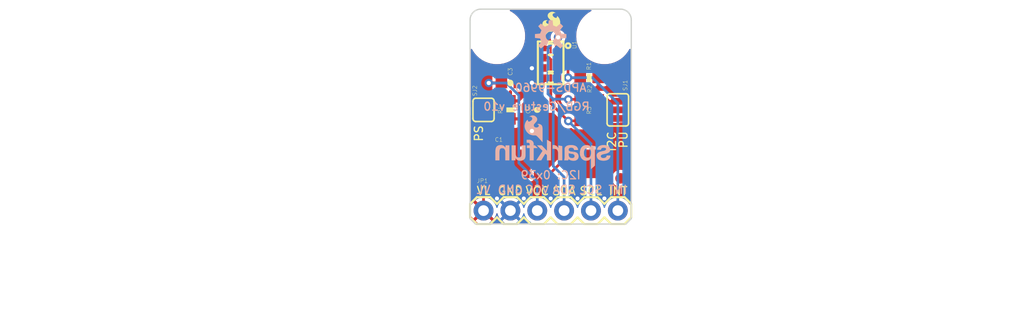
<source format=kicad_pcb>
(kicad_pcb (version 20221018) (generator pcbnew)
  (layers (0 "F.Cu" signal "Top") (31 "B.Cu" signal "Bottom") (34 "B.Paste" user) (35 "F.Paste" user) (36 "B.SilkS" user "B.Silkscreen") (37 "F.SilkS" user "F.Silkscreen") (38 "B.Mask" user) (39 "F.Mask" user) (44 "Edge.Cuts" user))
  (net 0 "")
  (net 1 "GND")
  (net 2 "VCC")
  (net 3 "/VL")
  (net 4 "/SDA")
  (net 5 "/SCL")
  (net 6 "/INT")
  (net 7 "Net-(R2-Pad2)")
  (net 8 "Net-(R3-Pad2)")
  (net 9 "Net-(U1-Pad3)")
  (footprint "APDS_9960:EIA7343" (layer "F.Cu") (at 134.62 90.8304 180)
    (fp_text reference "C1" (at 4.9011 2.5136 180) (layer "F.SilkS") (effects (font (size 0.38608 0.38608) (thickness 0.032512)) (justify top)))
    (fp_text value "100uF" hide)
    (pad "A" smd rect (at 3.17 0) (size 2.55 2.7) (layers "F.Cu" "F.Paste" "F.Mask") (net 3 "/VL"))
    (pad "C" smd rect (at -3.17 0) (size 2.55 2.7) (layers "F.Cu" "F.Paste" "F.Mask") (net 1 "GND"))
  )
  (footprint "APDS_9960:0603-CAP" (layer "F.Cu") (at 130.81 83.185)
    (fp_text reference "C3" (at 0.2159 -1.0668 90) (layer "F.SilkS") (effects (font (size 0.38608 0.38608) (thickness 0.032512)) (justify bottom)))
    (fp_text value "1.0uF")
    (pad "1" smd rect (at -0.85 0) (size 1.1 1) (layers "F.Cu" "F.Paste" "F.Mask") (net 2 "VCC"))
    (pad "2" smd rect (at 0.85 0) (size 1.1 1) (layers "F.Cu" "F.Paste" "F.Mask") (net 1 "GND"))
  )
  (footprint "APDS_9960:FIDUCIAL-1X2" (layer "F.Cu") (at 141.224 92.202)
    (fp_text reference "FID1" hide)
    (fp_text value "FIDUCIAL1X2" hide)
    (pad "1" smd roundrect (at 0 0) (size 1 1) (layers "F.Cu" "F.Mask") (roundrect_rratio 0.5))
  )
  (footprint "APDS_9960:FIDUCIAL-1X2" (layer "F.Cu") (at 132.842 77.216)
    (fp_text reference "FID2" hide)
    (fp_text value "FIDUCIAL1X2" hide)
    (pad "1" smd roundrect (at 0 0) (size 1 1) (layers "F.Cu" "F.Mask") (roundrect_rratio 0.5))
  )
  (footprint "APDS_9960:CREATIVE_COMMONS" (layer "F.Cu") (at 102.87 106.68)
    (fp_text reference "FRAME1" hide)
    (fp_text value "FRAME-LETTER" hide)
  )
  (footprint "APDS_9960:1X06" (layer "F.Cu") (at 128.27 95.25)
    (fp_text reference "JP1" (at -0.6511 -2.5936) (layer "F.SilkS") (effects (font (size 0.38608 0.38608) (thickness 0.032512)) (justify left bottom)))
    (fp_text value "M06SIP")
    (pad "1" thru_hole circle (at 0 0 90) (size 1.8796 1.8796) (drill 1.016) (layers "*.Cu" "*.Mask") (net 3 "/VL"))
    (pad "2" thru_hole circle (at 2.54 0 90) (size 1.8796 1.8796) (drill 1.016) (layers "*.Cu" "*.Mask") (net 1 "GND"))
    (pad "3" thru_hole circle (at 5.08 0 90) (size 1.8796 1.8796) (drill 1.016) (layers "*.Cu" "*.Mask") (net 2 "VCC"))
    (pad "4" thru_hole circle (at 7.62 0 90) (size 1.8796 1.8796) (drill 1.016) (layers "*.Cu" "*.Mask") (net 4 "/SDA"))
    (pad "5" thru_hole circle (at 10.16 0 90) (size 1.8796 1.8796) (drill 1.016) (layers "*.Cu" "*.Mask") (net 5 "/SCL"))
    (pad "6" thru_hole circle (at 12.7 0 90) (size 1.8796 1.8796) (drill 1.016) (layers "*.Cu" "*.Mask") (net 6 "/INT"))
  )
  (footprint "APDS_9960:0603-RES" (layer "F.Cu") (at 138.2649 82.7024)
    (fp_text reference "R1" (at 0.1905 -1.1176 90) (layer "F.SilkS") (effects (font (size 0.38608 0.38608) (thickness 0.032512)) (justify bottom)))
    (fp_text value "10k")
    (pad "1" smd rect (at -0.85 0) (size 1.1 1) (layers "F.Cu" "F.Paste" "F.Mask") (net 6 "/INT"))
    (pad "2" smd rect (at 0.85 0) (size 1.1 1) (layers "F.Cu" "F.Paste" "F.Mask") (net 2 "VCC"))
  )
  (footprint "APDS_9960:0603-RES" (layer "F.Cu") (at 130.81 85.725 90)
    (fp_text reference "R4" (at 0 -0.7239 90) (layer "F.SilkS") (effects (font (size 0.38608 0.38608) (thickness 0.032512)) (justify bottom)))
    (fp_text value "DNP")
    (pad "1" smd rect (at -0.85 0 90) (size 1.1 1) (layers "F.Cu" "F.Paste" "F.Mask") (net 3 "/VL"))
    (pad "2" smd rect (at 0.85 0 90) (size 1.1 1) (layers "F.Cu" "F.Paste" "F.Mask") (net 2 "VCC"))
  )
  (footprint "APDS_9960:SJ_3_PASTE1&2&3" (layer "F.Cu") (at 140.97 85.725 90)
    (fp_text reference "SJ1" (at 1.778 0.4699 270) (layer "F.SilkS") (effects (font (size 0.38608 0.38608) (thickness 0.032512)) (justify left top)))
    (fp_text value "SOLDERJUMPER_2WAYPASTE1&2&3")
    (pad "1" smd rect (at -0.8128 0 90) (size 0.635 1.27) (layers "F.Cu" "F.Mask") (net 8 "Net-(R3-Pad2)") (clearance 0.0508))
    (pad "2" smd rect (at 0 0 90) (size 0.635 1.27) (layers "F.Cu" "F.Mask") (net 2 "VCC") (clearance 0.0508))
    (pad "3" smd rect (at 0.8128 0 90) (size 0.635 1.27) (layers "F.Cu" "F.Mask") (net 7 "Net-(R2-Pad2)") (clearance 0.0508))
  )
  (footprint "APDS_9960:SJ_2S" (layer "F.Cu") (at 128.27 85.725 90)
    (fp_text reference "SJ2" (at 1.27 -0.5969 90) (layer "F.SilkS") (effects (font (size 0.38608 0.38608) (thickness 0.032512)) (justify left bottom)))
    (fp_text value "SOLDERJUMPERNC")
    (pad "1" smd rect (at -0.4119 0 90) (size 0.635 1.27) (layers "F.Cu" "F.Paste" "F.Mask") (net 3 "/VL") (clearance 0.0508))
    (pad "2" smd rect (at 0.4119 0 90) (size 0.635 1.27) (layers "F.Cu" "F.Paste" "F.Mask") (net 2 "VCC") (clearance 0.0508))
  )
  (footprint "APDS_9960:STAND-OFF" (layer "F.Cu") (at 129.54 78.74)
    (fp_text reference "STANDOFF1" hide)
    (fp_text value "STAND-OFF" hide)
    (pad "" np_thru_hole circle (at 0 0) (size 3.302 3.302) (drill 3.302) (layers "*.Cu" "*.Mask") (clearance 1.016))
  )
  (footprint "APDS_9960:STAND-OFF" (layer "F.Cu") (at 139.7 78.74)
    (fp_text reference "STANDOFF2" hide)
    (fp_text value "STAND-OFF" hide)
    (pad "" np_thru_hole circle (at 0 0) (size 3.302 3.302) (drill 3.302) (layers "*.Cu" "*.Mask") (clearance 1.016))
  )
  (footprint "APDS_9960:APDS-9960" (layer "F.Cu") (at 134.62 81.28)
    (fp_text reference "U1" (at 2.4765 -1.2954 90) (layer "F.SilkS") (effects (font (size 0.38608 0.38608) (thickness 0.032512)) (justify left bottom)))
    (fp_text value "APDS-9960")
    (pad "1" smd rect (at 0.7 -1.455) (size 0.6 0.72) (layers "F.Cu" "F.Paste" "F.Mask") (net 4 "/SDA"))
    (pad "2" smd rect (at 0.7 -0.485) (size 0.6 0.72) (layers "F.Cu" "F.Paste" "F.Mask") (net 6 "/INT"))
    (pad "3" smd rect (at 0.7 0.485) (size 0.6 0.72) (layers "F.Cu" "F.Paste" "F.Mask") (net 9 "Net-(U1-Pad3)"))
    (pad "4" smd rect (at 0.7 1.455) (size 0.6 0.72) (layers "F.Cu" "F.Paste" "F.Mask") (net 9 "Net-(U1-Pad3)"))
    (pad "5" smd rect (at -0.7 1.455) (size 0.6 0.72) (layers "F.Cu" "F.Paste" "F.Mask") (net 3 "/VL"))
    (pad "6" smd rect (at -0.7 0.485) (size 0.6 0.72) (layers "F.Cu" "F.Paste" "F.Mask") (net 1 "GND"))
    (pad "7" smd rect (at -0.7 -0.485) (size 0.6 0.72) (layers "F.Cu" "F.Paste" "F.Mask") (net 5 "/SCL"))
    (pad "8" smd rect (at -0.7 -1.455) (size 0.6 0.72) (layers "F.Cu" "F.Paste" "F.Mask") (net 2 "VCC"))
  )
  (footprint "APDS_9960:SFE_LOGO_FLAME_.1" (layer "F.Cu") (at 133.5151 79.3369)
    (fp_text reference "U$1" hide)
    (fp_text value "SFE_LOGO_NAME_FLAME.1_INCH" hide)
  )
  (footprint "APDS_9960:0603" (layer "F.Cu") (at 138.2649 84.7344)
    (fp_text reference "R2" (at -0.1778 -0.9906 270) (layer "F.SilkS") (effects (font (size 0.38608 0.38608) (thickness 0.032512)) (justify top)))
    (fp_text value "4.7k")
    (pad "1" smd rect (at -0.85 0) (size 1.1 1) (layers "F.Cu" "F.Paste" "F.Mask") (net 4 "/SDA"))
    (pad "2" smd rect (at 0.85 0) (size 1.1 1) (layers "F.Cu" "F.Paste" "F.Mask") (net 7 "Net-(R2-Pad2)"))
  )
  (footprint "APDS_9960:0603" (layer "F.Cu") (at 138.2649 86.7664)
    (fp_text reference "R3" (at 0.2159 -0.9906 90) (layer "F.SilkS") (effects (font (size 0.38608 0.38608) (thickness 0.032512)) (justify bottom)))
    (fp_text value "4.7k")
    (pad "1" smd rect (at -0.85 0) (size 1.1 1) (layers "F.Cu" "F.Paste" "F.Mask") (net 5 "/SCL"))
    (pad "2" smd rect (at 0.85 0) (size 1.1 1) (layers "F.Cu" "F.Paste" "F.Mask") (net 8 "Net-(R3-Pad2)"))
  )
  (footprint "APDS_9960:0603-CAP" (layer "F.Cu") (at 133.35 85.725 -90)
    (fp_text reference "C2" (at 0 1.0795 270) (layer "F.SilkS") (effects (font (size 0.38608 0.38608) (thickness 0.032512)) (justify top)))
    (fp_text value "1.0uF")
    (pad "1" smd rect (at -0.85 0 270) (size 1.1 1) (layers "F.Cu" "F.Paste" "F.Mask") (net 3 "/VL"))
    (pad "2" smd rect (at 0.85 0 270) (size 1.1 1) (layers "F.Cu" "F.Paste" "F.Mask") (net 1 "GND"))
  )
  (footprint "APDS_9960:SFE_LOGO_NAME_FLAME_.1" (layer "B.Cu") (at 140.716 91.44 180)
    (fp_text reference "LOGO1" hide)
    (fp_text value "SFE_LOGO_FLAME.1_INCH" hide)
  )
  (footprint "APDS_9960:OSHW-LOGO-S" (layer "B.Cu") (at 134.62 78.74 180)
    (fp_text reference "LOGO2" hide)
    (fp_text value "OSHW-LOGOS" hide)
  )
  (gr_line (start 142.24 96.012) (end 142.24 77.216) (stroke (width 0.127)) (layer "Edge.Cuts"))
  (gr_line (start 141.224 76.2) (end 128.016 76.2) (stroke (width 0.127)) (layer "Edge.Cuts"))
  (gr_line (start 127.508 96.52) (end 141.732 96.52) (stroke (width 0.127)) (layer "Edge.Cuts"))
  (gr_line (start 127 77.216) (end 127 96.012) (stroke (width 0.127)) (layer "Edge.Cuts"))
  (gr_arc (start 127 77.216) (mid 127.29758 76.49758) (end 128.016 76.2) (stroke (width 0.127)) (layer "Edge.Cuts"))
  (gr_line (start 141.732 96.52) (end 142.24 96.012) (stroke (width 0.127)) (layer "Edge.Cuts"))
  (gr_line (start 127.508 96.52) (end 127 96.012) (stroke (width 0.127)) (layer "Edge.Cuts"))
  (gr_arc (start 141.224 76.2) (mid 141.94242 76.49758) (end 142.24 77.216) (stroke (width 0.127)) (layer "Edge.Cuts"))
  (gr_text "v10" (at 129.286 85.852) (layer "B.SilkS") (effects (font (size 0.762 0.762) (thickness 0.127)) (justify bottom mirror)))
  (gr_text "APDS-9960" (at 134.62 84.074) (layer "B.SilkS") (effects (font (size 0.762 0.762) (thickness 0.127)) (justify bottom mirror)))
  (gr_text "SDA" (at 135.89 93.726) (layer "B.SilkS") (effects (font (size 0.77216 0.77216) (thickness 0.12192)) (justify bottom mirror)))
  (gr_text "SCL" (at 138.43 93.726) (layer "B.SilkS") (effects (font (size 0.77216 0.77216) (thickness 0.12192)) (justify bottom mirror)))
  (gr_text "VCC" (at 133.35 93.726) (layer "B.SilkS") (effects (font (size 0.77216 0.77216) (thickness 0.12192)) (justify bottom mirror)))
  (gr_text "I2C: 0x39" (at 134.62 91.44) (layer "B.SilkS") (effects (font (size 0.77216 0.77216) (thickness 0.12192)) (justify top mirror)))
  (gr_text "RGB/Gesture" (at 134.62 85.852) (layer "B.SilkS") (effects (font (size 0.762 0.762) (thickness 0.127)) (justify bottom mirror)))
  (gr_text "INT" (at 140.97 93.726) (layer "B.SilkS") (effects (font (size 0.77216 0.77216) (thickness 0.12192)) (justify bottom mirror)))
  (gr_text "GND" (at 130.81 93.726) (layer "B.SilkS") (effects (font (size 0.77216 0.77216) (thickness 0.12192)) (justify bottom mirror)))
  (gr_text "VL" (at 128.27 93.726) (layer "B.SilkS") (effects (font (size 0.77216 0.77216) (thickness 0.12192)) (justify bottom mirror)))
  (gr_text "PU" (at 141.4907 87.6808 90) (layer "F.SilkS") (effects (font (size 0.77216 0.77216) (thickness 0.12192)) (justify right)))
  (gr_text "SCL" (at 138.43 93.853) (layer "F.SilkS") (effects (font (size 0.77216 0.77216) (thickness 0.12192)) (justify bottom)))
  (gr_text "I2C" (at 140.3985 87.7062 90) (layer "F.SilkS") (effects (font (size 0.77216 0.77216) (thickness 0.12192)) (justify right)))
  (gr_text "PS" (at 127.8189 87.122 90) (layer "F.SilkS") (effects (font (size 0.77216 0.77216) (thickness 0.12192)) (justify right)))
  (gr_text "GND" (at 130.81 93.853) (layer "F.SilkS") (effects (font (size 0.77216 0.77216) (thickness 0.12192)) (justify bottom)))
  (gr_text "SDA" (at 135.89 93.853) (layer "F.SilkS") (effects (font (size 0.77216 0.77216) (thickness 0.12192)) (justify bottom)))
  (gr_text "VCC" (at 133.35 93.853) (layer "F.SilkS") (effects (font (size 0.77216 0.77216) (thickness 0.12192)) (justify bottom)))
  (gr_text "INT" (at 140.9954 93.853) (layer "F.SilkS") (effects (font (size 0.77216 0.77216) (thickness 0.12192)) (justify bottom)))
  (gr_text "VL" (at 128.27 93.8276) (layer "F.SilkS") (effects (font (size 0.77216 0.77216) (thickness 0.12192)) (justify bottom)))
  (segment (start 133.92 81.765) (end 132.865 81.765) (width 0.25) (layer "F.Cu") (net 1))
  (segment (start 137.16 94.107) (end 137.16 93.2053) (width 0.25) (layer "F.Cu") (net 1))
  (segment (start 139.7 91.2495) (end 139.2809 90.8304) (width 0.25) (layer "F.Cu") (net 1))
  (segment (start 137.79 92.5753) (end 137.79 90.8304) (width 0.25) (layer "F.Cu") (net 1))
  (segment (start 134.62 91.6813) (end 135.4709 90.8304) (width 0.25) (layer "F.Cu") (net 1))
  (segment (start 133.35 87.21344) (end 132.842 87.72144) (width 0.25) (layer "F.Cu") (net 1))
  (segment (start 139.2809 90.8304) (end 137.79 90.8304) (width 0.25) (layer "F.Cu") (net 1))
  (segment (start 139.7 94.107) (end 139.7 91.2495) (width 0.25) (layer "F.Cu") (net 1))
  (segment (start 133.35 86.575) (end 133.35 87.21344) (width 0.25) (layer "F.Cu") (net 1))
  (segment (start 131.66 83.185) (end 132.8166 83.185) (width 0.25) (layer "F.Cu") (net 1))
  (segment (start 137.16 93.2053) (end 137.79 92.5753) (width 0.25) (layer "F.Cu") (net 1))
  (segment (start 132.8166 83.185) (end 132.842 83.1596) (width 0.25) (layer "F.Cu") (net 1))
  (segment (start 134.62 94.107) (end 134.62 91.6813) (width 0.25) (layer "F.Cu") (net 1))
  (segment (start 135.4709 90.8304) (end 137.79 90.8304) (width 0.25) (layer "F.Cu") (net 1))
  (segment (start 132.865 81.765) (end 132.842 81.788) (width 0.25) (layer "F.Cu") (net 1))
  (via (at 134.62 94.107) (size 0.889) (drill 0.381) (layers "F.Cu" "B.Cu") (net 1))
  (via (at 139.7 94.107) (size 0.889) (drill 0.381) (layers "F.Cu" "B.Cu") (net 1))
  (via (at 137.16 94.107) (size 0.889) (drill 0.381) (layers "F.Cu" "B.Cu") (net 1))
  (via (at 129.54 94.107) (size 0.889) (drill 0.381) (layers "F.Cu" "B.Cu") (net 1))
  (via (at 132.08 94.107) (size 0.889) (drill 0.381) (layers "F.Cu" "B.Cu") (net 1))
  (via (at 132.842 83.1596) (size 0.8) (drill 0.4) (layers "F.Cu" "B.Cu") (net 1))
  (via (at 132.842 87.72144) (size 0.8) (drill 0.4) (layers "F.Cu" "B.Cu") (net 1))
  (via (at 132.842 81.788) (size 0.8) (drill 0.4) (layers "F.Cu" "B.Cu") (net 1))
  (segment (start 140.97 85.725) (end 136.04381 85.725) (width 0.25) (layer "F.Cu") (net 2))
  (segment (start 128.27 83.6803) (end 128.7653 83.185) (width 0.25) (layer "F.Cu") (net 2))
  (segment (start 135.9027 77.9526) (end 136.3091 78.359) (width 0.25) (layer "F.Cu") (net 2))
  (segment (start 128.27 85.3131) (end 129.4058 85.3131) (width 0.25) (layer "F.Cu") (net 2))
  (segment (start 129.8439 84.875) (end 130.81 84.875) (width 0.25) (layer "F.Cu") (net 2))
  (segment (start 138.8743 83.693) (end 139.1149 83.4524) (width 0.25) (layer "F.Cu") (net 2))
  (segment (start 135.418998 84.233998) (end 135.959996 83.693) (width 0.25) (layer "F.Cu") (net 2))
  (segment (start 139.1149 82.0538) (end 139.1149 82.7024) (width 0.25) (layer "F.Cu") (net 2))
  (segment (start 133.92 78.3859) (end 134.3533 77.9526) (width 0.25) (layer "F.Cu") (net 2))
  (segment (start 128.27 85.3131) (end 128.27 83.6803) (width 0.25) (layer "F.Cu") (net 2))
  (segment (start 135.959996 83.693) (end 138.8743 83.693) (width 0.25) (layer "F.Cu") (net 2))
  (segment (start 133.92 79.825) (end 133.92 78.3859) (width 0.25) (layer "F.Cu") (net 2))
  (segment (start 138.8745 81.8134) (end 139.1149 82.0538) (width 0.25) (layer "F.Cu") (net 2))
  (segment (start 135.418998 85.100188) (end 135.418998 84.233998) (width 0.25) (layer "F.Cu") (net 2))
  (segment (start 136.04381 85.725) (end 135.418998 85.100188) (width 0.25) (layer "F.Cu") (net 2))
  (segment (start 128.7653 83.185) (end 129.96 83.185) (width 0.25) (layer "F.Cu") (net 2))
  (segment (start 130.2893 82.042) (end 129.96 82.3713) (width 0.25) (layer "F.Cu") (net 2))
  (segment (start 136.3091 78.359) (end 136.3091 79.8068) (width 0.25) (layer "F.Cu") (net 2))
  (segment (start 129.4058 85.3131) (end 129.8439 84.875) (width 0.25) (layer "F.Cu") (net 2))
  (segment (start 138.3157 81.8134) (end 138.8745 81.8134) (width 0.25) (layer "F.Cu") (net 2))
  (segment (start 131.0259 82.042) (end 130.2893 82.042) (width 0.25) (layer "F.Cu") (net 2))
  (segment (start 133.2429 79.825) (end 131.0259 82.042) (width 0.25) (layer "F.Cu") (net 2))
  (segment (start 133.92 79.825) (end 133.2429 79.825) (width 0.25) (layer "F.Cu") (net 2))
  (segment (start 139.1149 83.4524) (end 139.1149 82.7024) (width 0.25) (layer "F.Cu") (net 2))
  (segment (start 134.3533 77.9526) (end 135.9027 77.9526) (width 0.25) (layer "F.Cu") (net 2))
  (segment (start 129.96 82.3713) (end 129.96 83.185) (width 0.25) (layer "F.Cu") (net 2))
  (segment (start 136.3091 79.8068) (end 138.3157 81.8134) (width 0.25) (layer "F.Cu") (net 2))
  (via (at 128.7653 83.185) (size 0.8) (drill 0.4) (layers "F.Cu" "B.Cu") (net 2))
  (segment (start 131.6101 90.7542) (end 133.35 92.4941) (width 0.25) (layer "B.Cu") (net 2))
  (segment (start 128.7653 83.185) (end 130.4417 83.185) (width 0.25) (layer "B.Cu") (net 2))
  (segment (start 130.4417 83.185) (end 131.6101 84.3534) (width 0.25) (layer "B.Cu") (net 2))
  (segment (start 133.35 95.25) (end 133.35 92.4941) (width 0.25) (layer "B.Cu") (net 2))
  (segment (start 131.6101 84.3534) (end 131.6101 90.7542) (width 0.25) (layer "B.Cu") (net 2))
  (segment (start 131.45 90.8304) (end 131.45 88.5621) (width 0.25) (layer "F.Cu") (net 3))
  (segment (start 133.35 84.15782) (end 133.92 83.58782) (width 0.25) (layer "F.Cu") (net 3))
  (segment (start 131.45 90.8304) (end 128.9939 90.8304) (width 0.25) (layer "F.Cu") (net 3))
  (segment (start 129.8439 86.575) (end 129.4058 86.1369) (width 0.25) (layer "F.Cu") (net 3))
  (segment (start 131.6745 86.575) (end 132.0673 86.1822) (width 0.25) (layer "F.Cu") (net 3))
  (segment (start 133.35 84.875) (end 133.35 84.15782) (width 0.25) (layer "F.Cu") (net 3))
  (segment (start 132.3585 84.875) (end 133.35 84.875) (width 0.25) (layer "F.Cu") (net 3))
  (segment (start 130.81 87.9221) (end 130.81 86.575) (width 0.25) (layer "F.Cu") (net 3))
  (segment (start 132.0673 85.1662) (end 132.3585 84.875) (width 0.25) (layer "F.Cu") (net 3))
  (segment (start 129.4058 86.1369) (end 128.27 86.1369) (width 0.25) (layer "F.Cu") (net 3))
  (segment (start 128.9939 90.8304) (end 128.27 91.5543) (width 0.25) (layer "F.Cu") (net 3))
  (segment (start 130.81 86.575) (end 129.8439 86.575) (width 0.25) (layer "F.Cu") (net 3))
  (segment (start 132.0673 86.1822) (end 132.0673 85.1662) (width 0.25) (layer "F.Cu") (net 3))
  (segment (start 133.92 83.58782) (end 133.92 82.735) (width 0.25) (layer "F.Cu") (net 3))
  (segment (start 130.81 86.575) (end 131.6745 86.575) (width 0.25) (layer "F.Cu") (net 3))
  (segment (start 128.27 91.5543) (end 128.27 95.25) (width 0.25) (layer "F.Cu") (net 3))
  (segment (start 131.45 88.5621) (end 130.81 87.9221) (width 0.25) (layer "F.Cu") (net 3))
  (segment (start 135.3185 79.8235) (end 135.32 79.825) (width 0.25) (layer "F.Cu") (net 4))
  (segment (start 135.3185 78.867) (end 135.3185 79.8235) (width 0.25) (layer "F.Cu") (net 4))
  (segment (start 137.4149 84.7344) (end 136.283678 84.7344) (width 0.25) (layer "F.Cu") (net 4))
  (via (at 136.283678 84.7344) (size 0.8) (drill 0.4) (layers "F.Cu" "B.Cu") (net 4))
  (via (at 135.3185 78.867) (size 0.8) (drill 0.4) (layers "F.Cu" "B.Cu") (net 4))
  (segment (start 135.89 95.25) (end 135.89 92.072698) (width 0.25) (layer "B.Cu") (net 4))
  (segment (start 135.89 92.072698) (end 134.8613 91.043998) (width 0.25) (layer "B.Cu") (net 4))
  (segment (start 134.8613 84.709) (end 134.366 84.2137) (width 0.25) (layer "B.Cu") (net 4))
  (segment (start 134.8613 84.709) (end 136.2583 84.709) (width 0.25) (layer "B.Cu") (net 4))
  (segment (start 134.366 79.8195) (end 135.3185 78.867) (width 0.25) (layer "B.Cu") (net 4))
  (segment (start 136.283678 84.734378) (end 136.283678 84.7344) (width 0.25) (layer "B.Cu") (net 4))
  (segment (start 134.366 84.2137) (end 134.366 79.8195) (width 0.25) (layer "B.Cu") (net 4))
  (segment (start 134.8613 91.043998) (end 134.8613 84.709) (width 0.25) (layer "B.Cu") (net 4))
  (segment (start 136.2583 84.709) (end 136.283678 84.734378) (width 0.25) (layer "B.Cu") (net 4))
  (segment (start 134.6327 80.9577) (end 134.6327 85.1281) (width 0.25) (layer "F.Cu") (net 5))
  (segment (start 134.47 80.795) (end 134.6327 80.9577) (width 0.25) (layer "F.Cu") (net 5))
  (segment (start 137.4149 86.7664) (end 136.2964 86.7664) (width 0.25) (layer "F.Cu") (net 5))
  (segment (start 136.2964 86.7664) (end 136.2837 86.7791) (width 0.25) (layer "F.Cu") (net 5))
  (segment (start 133.92 80.795) (end 134.47 80.795) (width 0.25) (layer "F.Cu") (net 5))
  (segment (start 134.6327 85.1281) (end 136.2837 86.7791) (width 0.25) (layer "F.Cu") (net 5))
  (via (at 136.2837 86.7791) (size 0.8) (drill 0.4) (layers "F.Cu" "B.Cu") (net 5))
  (segment (start 138.43 95.25) (end 138.43 88.9254) (width 0.25) (layer "B.Cu") (net 5))
  (segment (start 138.43 88.9254) (end 136.2837 86.7791) (width 0.25) (layer "B.Cu") (net 5))
  (segment (start 136.2837 82.7024) (end 136.2583 82.677) (width 0.25) (layer "F.Cu") (net 6))
  (segment (start 136.2583 81.1784) (end 135.8749 80.795) (width 0.25) (layer "F.Cu") (net 6))
  (segment (start 137.4149 82.7024) (end 136.2837 82.7024) (width 0.25) (layer "F.Cu") (net 6))
  (segment (start 136.2583 82.677) (end 136.2583 81.1784) (width 0.25) (layer "F.Cu") (net 6))
  (segment (start 135.8749 80.795) (end 135.32 80.795) (width 0.25) (layer "F.Cu") (net 6))
  (via (at 136.2583 82.677) (size 0.8) (drill 0.4) (layers "F.Cu" "B.Cu") (net 6))
  (segment (start 140.97 95.25) (end 140.97 85.09) (width 0.25) (layer "B.Cu") (net 6))
  (segment (start 136.2075 82.6262) (end 136.2583 82.677) (width 0.25) (layer "B.Cu") (net 6))
  (segment (start 138.557 82.677) (end 136.2583 82.677) (width 0.25) (layer "B.Cu") (net 6))
  (segment (start 140.97 85.09) (end 138.557 82.677) (width 0.25) (layer "B.Cu") (net 6))
  (segment (start 140.1445 84.9122) (end 140.97 84.9122) (width 0.25) (layer "F.Cu") (net 7))
  (segment (start 139.1149 84.7344) (end 139.9667 84.7344) (width 0.25) (layer "F.Cu") (net 7))
  (segment (start 139.9667 84.7344) (end 140.1445 84.9122) (width 0.25) (layer "F.Cu") (net 7))
  (segment (start 139.7889 86.7664) (end 140.0175 86.5378) (width 0.25) (layer "F.Cu") (net 8))
  (segment (start 140.0175 86.5378) (end 140.97 86.5378) (width 0.25) (layer "F.Cu") (net 8))
  (segment (start 139.1149 86.7664) (end 139.7889 86.7664) (width 0.25) (layer "F.Cu") (net 8))
  (segment (start 135.32 82.735) (end 135.32 81.765) (width 0.5588) (layer "F.Cu") (net 9))
  (zone (net 2) (net_name "VCC") (layer "F.Cu") (priority 6) (connect_pads (clearance 0.3048)) (min_thickness 0.127) (fill yes (thermal_gap 0.304) (thermal_bridge_width 0.304))
    (polygon (pts (xy 143.5989 85.4964) (xy 125.8189 85.4964) (xy 125.8189 75.3364) (xy 143.5989 75.3364)))
  )
  (zone (net 3) (net_name "/VL") (layer "F.Cu") (connect_pads (clearance 0.3048)) (min_thickness 0.127) (fill yes (thermal_gap 0.304) (thermal_bridge_width 0.304) (smoothing fillet) (radius 0.508))
    (polygon (pts (xy 143.5989 98.1964) (xy 125.8189 98.1964) (xy 125.8189 86.0044) (xy 143.5989 86.0044)))
  )
  (zone (net 1) (net_name "GND") (layer "B.Cu") (priority 6) (connect_pads (clearance 0.3048)) (min_thickness 0.127) (fill yes (thermal_gap 0.304) (thermal_bridge_width 0.304))
    (polygon (pts (xy 144.78 96.52) (xy 124.46 96.52) (xy 124.46 76.2) (xy 144.78 76.2)))
  )
)
</source>
